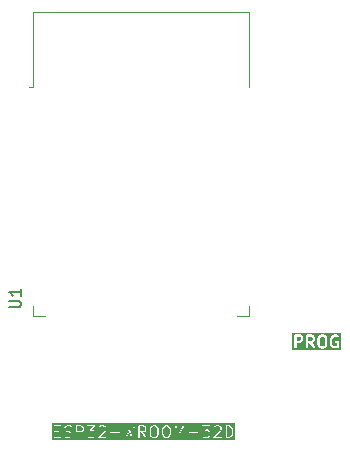
<source format=gbr>
%TF.GenerationSoftware,KiCad,Pcbnew,7.0.10*%
%TF.CreationDate,2024-01-17T03:24:24-05:00*%
%TF.ProjectId,esp32-wroom-socket,65737033-322d-4777-926f-6f6d2d736f63,rev?*%
%TF.SameCoordinates,Original*%
%TF.FileFunction,Legend,Top*%
%TF.FilePolarity,Positive*%
%FSLAX46Y46*%
G04 Gerber Fmt 4.6, Leading zero omitted, Abs format (unit mm)*
G04 Created by KiCad (PCBNEW 7.0.10) date 2024-01-17 03:24:24*
%MOMM*%
%LPD*%
G01*
G04 APERTURE LIST*
%ADD10C,0.150000*%
%ADD11C,0.100000*%
%ADD12C,0.200000*%
%ADD13C,0.120000*%
G04 APERTURE END LIST*
D10*
X148864819Y-98091904D02*
X149674342Y-98091904D01*
X149674342Y-98091904D02*
X149769580Y-98044285D01*
X149769580Y-98044285D02*
X149817200Y-97996666D01*
X149817200Y-97996666D02*
X149864819Y-97901428D01*
X149864819Y-97901428D02*
X149864819Y-97710952D01*
X149864819Y-97710952D02*
X149817200Y-97615714D01*
X149817200Y-97615714D02*
X149769580Y-97568095D01*
X149769580Y-97568095D02*
X149674342Y-97520476D01*
X149674342Y-97520476D02*
X148864819Y-97520476D01*
X149864819Y-96520476D02*
X149864819Y-97091904D01*
X149864819Y-96806190D02*
X148864819Y-96806190D01*
X148864819Y-96806190D02*
X149007676Y-96901428D01*
X149007676Y-96901428D02*
X149102914Y-96996666D01*
X149102914Y-96996666D02*
X149150533Y-97091904D01*
D11*
G36*
X155007599Y-108181130D02*
G01*
X155043743Y-108217275D01*
X155082455Y-108294698D01*
X155082455Y-108413948D01*
X155043743Y-108491371D01*
X155007599Y-108527516D01*
X154930176Y-108566228D01*
X154611027Y-108566228D01*
X154611027Y-108142419D01*
X154930176Y-108142419D01*
X155007599Y-108181130D01*
G37*
G36*
X160293313Y-108181130D02*
G01*
X160329457Y-108217275D01*
X160368169Y-108294698D01*
X160368169Y-108413948D01*
X160329457Y-108491371D01*
X160293313Y-108527516D01*
X160215890Y-108566228D01*
X159896741Y-108566228D01*
X159896741Y-108142419D01*
X160215890Y-108142419D01*
X160293313Y-108181130D01*
G37*
G36*
X161293314Y-108181131D02*
G01*
X161373020Y-108260837D01*
X161415788Y-108431907D01*
X161415788Y-108752930D01*
X161373020Y-108923999D01*
X161293312Y-109003708D01*
X161215890Y-109042419D01*
X161049021Y-109042419D01*
X160971598Y-109003707D01*
X160891889Y-108923998D01*
X160849122Y-108752930D01*
X160849122Y-108431907D01*
X160891889Y-108260837D01*
X160971595Y-108181131D01*
X161049021Y-108142419D01*
X161215890Y-108142419D01*
X161293314Y-108181131D01*
G37*
G36*
X162340933Y-108181131D02*
G01*
X162420639Y-108260837D01*
X162463407Y-108431907D01*
X162463407Y-108752930D01*
X162420639Y-108923999D01*
X162340931Y-109003708D01*
X162263509Y-109042419D01*
X162096640Y-109042419D01*
X162019217Y-109003707D01*
X161939508Y-108923998D01*
X161896741Y-108752930D01*
X161896741Y-108431907D01*
X161939508Y-108260837D01*
X162019214Y-108181131D01*
X162096640Y-108142419D01*
X162263509Y-108142419D01*
X162340933Y-108181131D01*
G37*
G36*
X167581636Y-108183739D02*
G01*
X167662789Y-108264892D01*
X167704326Y-108347966D01*
X167749121Y-108527145D01*
X167749121Y-108657692D01*
X167704326Y-108836870D01*
X167662789Y-108919944D01*
X167581635Y-109001098D01*
X167457675Y-109042419D01*
X167277693Y-109042419D01*
X167277693Y-108142419D01*
X167457675Y-108142419D01*
X167581636Y-108183739D01*
G37*
G36*
X167991978Y-109285276D02*
G01*
X152511027Y-109285276D01*
X152511027Y-109092419D01*
X152653884Y-109092419D01*
X152668529Y-109127774D01*
X152703884Y-109142419D01*
X153180074Y-109142419D01*
X153215429Y-109127774D01*
X153230074Y-109092419D01*
X153215429Y-109057064D01*
X153180074Y-109042419D01*
X152753884Y-109042419D01*
X152753884Y-108618609D01*
X153037217Y-108618609D01*
X153072572Y-108603964D01*
X153087217Y-108568609D01*
X153072572Y-108533254D01*
X153037217Y-108518609D01*
X152753884Y-108518609D01*
X152753884Y-108378133D01*
X153511027Y-108378133D01*
X153515480Y-108388885D01*
X153516306Y-108400494D01*
X153563924Y-108495731D01*
X153570141Y-108501123D01*
X153573291Y-108508726D01*
X153620909Y-108556345D01*
X153628512Y-108559494D01*
X153633904Y-108565711D01*
X153729142Y-108613330D01*
X153734810Y-108613732D01*
X153739376Y-108617116D01*
X153924528Y-108663404D01*
X154007599Y-108704939D01*
X154043743Y-108741084D01*
X154082455Y-108818507D01*
X154082455Y-108890138D01*
X154043743Y-108967561D01*
X154007597Y-109003708D01*
X153930176Y-109042419D01*
X153711997Y-109042419D01*
X153576838Y-108997366D01*
X153538667Y-109000079D01*
X153513593Y-109028989D01*
X153516306Y-109067160D01*
X153545216Y-109092234D01*
X153688072Y-109139853D01*
X153696280Y-109139269D01*
X153703884Y-109142419D01*
X153941979Y-109142419D01*
X153952731Y-109137965D01*
X153964340Y-109137140D01*
X154053783Y-109092419D01*
X154511027Y-109092419D01*
X154525672Y-109127774D01*
X154561027Y-109142419D01*
X154596382Y-109127774D01*
X154611027Y-109092419D01*
X154611027Y-108997179D01*
X155415789Y-108997179D01*
X155430433Y-109032535D01*
X155478052Y-109080155D01*
X155485655Y-109083304D01*
X155491047Y-109089521D01*
X155586285Y-109137140D01*
X155597893Y-109137965D01*
X155608646Y-109142419D01*
X155894360Y-109142419D01*
X155905112Y-109137965D01*
X155916721Y-109137140D01*
X156006164Y-109092419D01*
X156368170Y-109092419D01*
X156382815Y-109127774D01*
X156418170Y-109142419D01*
X157037217Y-109142419D01*
X157072572Y-109127774D01*
X157087217Y-109092419D01*
X157072572Y-109057064D01*
X157037217Y-109042419D01*
X156538880Y-109042419D01*
X156869832Y-108711466D01*
X157415789Y-108711466D01*
X157430434Y-108746821D01*
X157465789Y-108761466D01*
X158227694Y-108761466D01*
X158263049Y-108746821D01*
X158277694Y-108711466D01*
X158263049Y-108676111D01*
X158227694Y-108661466D01*
X157465789Y-108661466D01*
X157430434Y-108676111D01*
X157415789Y-108711466D01*
X156869832Y-108711466D01*
X157024953Y-108556345D01*
X157029406Y-108545592D01*
X157037032Y-108536801D01*
X157084651Y-108393945D01*
X157084067Y-108385736D01*
X157087217Y-108378133D01*
X157087217Y-108282895D01*
X157082763Y-108272142D01*
X157081938Y-108260534D01*
X157034319Y-108165296D01*
X157028102Y-108159904D01*
X157024953Y-108152301D01*
X156977334Y-108104683D01*
X156975685Y-108104000D01*
X158560006Y-108104000D01*
X158798101Y-109104000D01*
X158802484Y-109110057D01*
X158803470Y-109117471D01*
X158813287Y-109124985D01*
X158820536Y-109135002D01*
X158827919Y-109136185D01*
X158833858Y-109140731D01*
X158846114Y-109139102D01*
X158858322Y-109141059D01*
X158864379Y-109136675D01*
X158871793Y-109135690D01*
X158879307Y-109125872D01*
X158889324Y-109118624D01*
X158890507Y-109111240D01*
X158895053Y-109105302D01*
X159037217Y-108572186D01*
X159179381Y-109105302D01*
X159183926Y-109111240D01*
X159185110Y-109118624D01*
X159195127Y-109125873D01*
X159202642Y-109135690D01*
X159210053Y-109136674D01*
X159216112Y-109141059D01*
X159228319Y-109139102D01*
X159240576Y-109140731D01*
X159246514Y-109136185D01*
X159253898Y-109135002D01*
X159261146Y-109124985D01*
X159270964Y-109117471D01*
X159271949Y-109110057D01*
X159276333Y-109104000D01*
X159279090Y-109092419D01*
X159796741Y-109092419D01*
X159811386Y-109127774D01*
X159846741Y-109142419D01*
X159882096Y-109127774D01*
X159896741Y-109092419D01*
X159896741Y-108666228D01*
X160058803Y-108666228D01*
X160377207Y-109121092D01*
X160409480Y-109141658D01*
X160446842Y-109133381D01*
X160467408Y-109101108D01*
X160459131Y-109063746D01*
X160245869Y-108759085D01*
X160749122Y-108759085D01*
X160751548Y-108764941D01*
X160750615Y-108771212D01*
X160798234Y-108961688D01*
X160806238Y-108972491D01*
X160811385Y-108984916D01*
X160906624Y-109080155D01*
X160914226Y-109083304D01*
X160919618Y-109089521D01*
X161014856Y-109137140D01*
X161026464Y-109137965D01*
X161037217Y-109142419D01*
X161227693Y-109142419D01*
X161238445Y-109137965D01*
X161250054Y-109137140D01*
X161345291Y-109089522D01*
X161350682Y-109083304D01*
X161358287Y-109080155D01*
X161453525Y-108984916D01*
X161458670Y-108972491D01*
X161466676Y-108961688D01*
X161514295Y-108771212D01*
X161513361Y-108764941D01*
X161515788Y-108759085D01*
X161796741Y-108759085D01*
X161799167Y-108764941D01*
X161798234Y-108771212D01*
X161845853Y-108961688D01*
X161853857Y-108972491D01*
X161859004Y-108984916D01*
X161954243Y-109080155D01*
X161961845Y-109083304D01*
X161967237Y-109089521D01*
X162062475Y-109137140D01*
X162074083Y-109137965D01*
X162084836Y-109142419D01*
X162275312Y-109142419D01*
X162286064Y-109137965D01*
X162297673Y-109137140D01*
X162387116Y-109092419D01*
X162891979Y-109092419D01*
X162906624Y-109127774D01*
X162941979Y-109142419D01*
X162977334Y-109127774D01*
X162991979Y-109092419D01*
X162991979Y-108317796D01*
X163230003Y-108827849D01*
X163242619Y-108839402D01*
X163254168Y-108852013D01*
X163256502Y-108852115D01*
X163258225Y-108853693D01*
X163275312Y-108852942D01*
X163292399Y-108853693D01*
X163294121Y-108852115D01*
X163296456Y-108852013D01*
X163308007Y-108839399D01*
X163320621Y-108827848D01*
X163558645Y-108317796D01*
X163558645Y-109092419D01*
X163573290Y-109127774D01*
X163608645Y-109142419D01*
X163644000Y-109127774D01*
X163658645Y-109092419D01*
X163658645Y-108997179D01*
X165177693Y-108997179D01*
X165192337Y-109032535D01*
X165239956Y-109080155D01*
X165247559Y-109083304D01*
X165252951Y-109089521D01*
X165348189Y-109137140D01*
X165359797Y-109137965D01*
X165370550Y-109142419D01*
X165656264Y-109142419D01*
X165667016Y-109137965D01*
X165678625Y-109137140D01*
X165768068Y-109092419D01*
X166130074Y-109092419D01*
X166144719Y-109127774D01*
X166180074Y-109142419D01*
X166799121Y-109142419D01*
X166834476Y-109127774D01*
X166849121Y-109092419D01*
X167177693Y-109092419D01*
X167192338Y-109127774D01*
X167227693Y-109142419D01*
X167465788Y-109142419D01*
X167473391Y-109139269D01*
X167481599Y-109139853D01*
X167624456Y-109092234D01*
X167633247Y-109084609D01*
X167644001Y-109080155D01*
X167739239Y-108984916D01*
X167742388Y-108977312D01*
X167748604Y-108971922D01*
X167796223Y-108876684D01*
X167796625Y-108871015D01*
X167800009Y-108866450D01*
X167847628Y-108675974D01*
X167846694Y-108669703D01*
X167849121Y-108663847D01*
X167849121Y-108520990D01*
X167846694Y-108515133D01*
X167847628Y-108508863D01*
X167800009Y-108318387D01*
X167796625Y-108313821D01*
X167796223Y-108308153D01*
X167748604Y-108212915D01*
X167742387Y-108207523D01*
X167739238Y-108199921D01*
X167644000Y-108104683D01*
X167633247Y-108100229D01*
X167624456Y-108092604D01*
X167481599Y-108044985D01*
X167473391Y-108045568D01*
X167465788Y-108042419D01*
X167227693Y-108042419D01*
X167192338Y-108057064D01*
X167177693Y-108092419D01*
X167177693Y-109092419D01*
X166849121Y-109092419D01*
X166834476Y-109057064D01*
X166799121Y-109042419D01*
X166300784Y-109042419D01*
X166786857Y-108556345D01*
X166791310Y-108545592D01*
X166798936Y-108536801D01*
X166846555Y-108393945D01*
X166845971Y-108385736D01*
X166849121Y-108378133D01*
X166849121Y-108282895D01*
X166844667Y-108272142D01*
X166843842Y-108260534D01*
X166796223Y-108165296D01*
X166790006Y-108159904D01*
X166786857Y-108152301D01*
X166739238Y-108104683D01*
X166731635Y-108101533D01*
X166726243Y-108095316D01*
X166631006Y-108047698D01*
X166619397Y-108046872D01*
X166608645Y-108042419D01*
X166370550Y-108042419D01*
X166359797Y-108046872D01*
X166348189Y-108047698D01*
X166252951Y-108095317D01*
X166247559Y-108101533D01*
X166239956Y-108104683D01*
X166192338Y-108152302D01*
X166177693Y-108187657D01*
X166192338Y-108223012D01*
X166227693Y-108237657D01*
X166263048Y-108223012D01*
X166304930Y-108181130D01*
X166382354Y-108142419D01*
X166596842Y-108142419D01*
X166674265Y-108181130D01*
X166710409Y-108217275D01*
X166749121Y-108294698D01*
X166749121Y-108370020D01*
X166707800Y-108493981D01*
X166144719Y-109057064D01*
X166130074Y-109092419D01*
X165768068Y-109092419D01*
X165773862Y-109089522D01*
X165779253Y-109083304D01*
X165786858Y-109080155D01*
X165834477Y-109032535D01*
X165837625Y-109024932D01*
X165843842Y-109019541D01*
X165891461Y-108924303D01*
X165892286Y-108912694D01*
X165896740Y-108901942D01*
X165896740Y-108663847D01*
X165892286Y-108653094D01*
X165891461Y-108641486D01*
X165843842Y-108546248D01*
X165837625Y-108540856D01*
X165834476Y-108533253D01*
X165786857Y-108485635D01*
X165779254Y-108482485D01*
X165773862Y-108476268D01*
X165678625Y-108428650D01*
X165667016Y-108427824D01*
X165656264Y-108423371D01*
X165623595Y-108423371D01*
X165884369Y-108125344D01*
X165890006Y-108108673D01*
X165896740Y-108092419D01*
X165896059Y-108090776D01*
X165896629Y-108089093D01*
X165888828Y-108073319D01*
X165882095Y-108057064D01*
X165880453Y-108056383D01*
X165879665Y-108054790D01*
X165862994Y-108049152D01*
X165846740Y-108042419D01*
X165227693Y-108042419D01*
X165192338Y-108057064D01*
X165177693Y-108092419D01*
X165192338Y-108127774D01*
X165227693Y-108142419D01*
X165736552Y-108142419D01*
X165475778Y-108440446D01*
X165470140Y-108457116D01*
X165463407Y-108473371D01*
X165464087Y-108475013D01*
X165463518Y-108476697D01*
X165471318Y-108492470D01*
X165478052Y-108508726D01*
X165479693Y-108509406D01*
X165480482Y-108511000D01*
X165497152Y-108516637D01*
X165513407Y-108523371D01*
X165644461Y-108523371D01*
X165721884Y-108562082D01*
X165758028Y-108598227D01*
X165796740Y-108675650D01*
X165796740Y-108890138D01*
X165758028Y-108967561D01*
X165721882Y-109003708D01*
X165644461Y-109042419D01*
X165382354Y-109042419D01*
X165304931Y-109003708D01*
X165263049Y-108961825D01*
X165227694Y-108947180D01*
X165192338Y-108961824D01*
X165177693Y-108997179D01*
X163658645Y-108997179D01*
X163658645Y-108711466D01*
X164034836Y-108711466D01*
X164049481Y-108746821D01*
X164084836Y-108761466D01*
X164846741Y-108761466D01*
X164882096Y-108746821D01*
X164896741Y-108711466D01*
X164882096Y-108676111D01*
X164846741Y-108661466D01*
X164084836Y-108661466D01*
X164049481Y-108676111D01*
X164034836Y-108711466D01*
X163658645Y-108711466D01*
X163658645Y-108092419D01*
X163655243Y-108084208D01*
X163655634Y-108075332D01*
X163648208Y-108067223D01*
X163644000Y-108057064D01*
X163635790Y-108053663D01*
X163629789Y-108047110D01*
X163618804Y-108046627D01*
X163608645Y-108042419D01*
X163600434Y-108045820D01*
X163591558Y-108045430D01*
X163583448Y-108052855D01*
X163573290Y-108057064D01*
X163569889Y-108065272D01*
X163563336Y-108071274D01*
X163275311Y-108688469D01*
X162987288Y-108071275D01*
X162980734Y-108065273D01*
X162977334Y-108057064D01*
X162967174Y-108052855D01*
X162959066Y-108045430D01*
X162950189Y-108045820D01*
X162941979Y-108042419D01*
X162931819Y-108046627D01*
X162920835Y-108047110D01*
X162914833Y-108053663D01*
X162906624Y-108057064D01*
X162902415Y-108067223D01*
X162894990Y-108075332D01*
X162895380Y-108084208D01*
X162891979Y-108092419D01*
X162891979Y-109092419D01*
X162387116Y-109092419D01*
X162392910Y-109089522D01*
X162398301Y-109083304D01*
X162405906Y-109080155D01*
X162501144Y-108984916D01*
X162506289Y-108972491D01*
X162514295Y-108961688D01*
X162561914Y-108771212D01*
X162560980Y-108764941D01*
X162563407Y-108759085D01*
X162563407Y-108425752D01*
X162560980Y-108419895D01*
X162561914Y-108413625D01*
X162514295Y-108223149D01*
X162506288Y-108212343D01*
X162501143Y-108199921D01*
X162405905Y-108104683D01*
X162398302Y-108101533D01*
X162392910Y-108095316D01*
X162297673Y-108047698D01*
X162286064Y-108046872D01*
X162275312Y-108042419D01*
X162084836Y-108042419D01*
X162074083Y-108046872D01*
X162062475Y-108047698D01*
X161967237Y-108095317D01*
X161961845Y-108101533D01*
X161954243Y-108104683D01*
X161859005Y-108199921D01*
X161853859Y-108212343D01*
X161845853Y-108223149D01*
X161798234Y-108413625D01*
X161799167Y-108419895D01*
X161796741Y-108425752D01*
X161796741Y-108759085D01*
X161515788Y-108759085D01*
X161515788Y-108425752D01*
X161513361Y-108419895D01*
X161514295Y-108413625D01*
X161466676Y-108223149D01*
X161458669Y-108212343D01*
X161453524Y-108199921D01*
X161358286Y-108104683D01*
X161350683Y-108101533D01*
X161345291Y-108095316D01*
X161250054Y-108047698D01*
X161238445Y-108046872D01*
X161227693Y-108042419D01*
X161037217Y-108042419D01*
X161026464Y-108046872D01*
X161014856Y-108047698D01*
X160919618Y-108095317D01*
X160914226Y-108101533D01*
X160906624Y-108104683D01*
X160811386Y-108199921D01*
X160806240Y-108212343D01*
X160798234Y-108223149D01*
X160750615Y-108413625D01*
X160751548Y-108419895D01*
X160749122Y-108425752D01*
X160749122Y-108759085D01*
X160245869Y-108759085D01*
X160180869Y-108666228D01*
X160227693Y-108666228D01*
X160238445Y-108661774D01*
X160250054Y-108660949D01*
X160345291Y-108613331D01*
X160350683Y-108607113D01*
X160358286Y-108603964D01*
X160405905Y-108556346D01*
X160409054Y-108548742D01*
X160415271Y-108543351D01*
X160462890Y-108448113D01*
X160463715Y-108436504D01*
X160468169Y-108425752D01*
X160468169Y-108282895D01*
X160463715Y-108272142D01*
X160462890Y-108260534D01*
X160415271Y-108165296D01*
X160409054Y-108159904D01*
X160405905Y-108152301D01*
X160358286Y-108104683D01*
X160350683Y-108101533D01*
X160345291Y-108095316D01*
X160250054Y-108047698D01*
X160238445Y-108046872D01*
X160227693Y-108042419D01*
X159846741Y-108042419D01*
X159811386Y-108057064D01*
X159796741Y-108092419D01*
X159796741Y-109092419D01*
X159279090Y-109092419D01*
X159514429Y-108104000D01*
X159508371Y-108066215D01*
X159477370Y-108043779D01*
X159439584Y-108049837D01*
X159417149Y-108080838D01*
X159224948Y-108888075D01*
X159085529Y-108365250D01*
X159081385Y-108359837D01*
X159080488Y-108353081D01*
X159070168Y-108345181D01*
X159062269Y-108334862D01*
X159055512Y-108333964D01*
X159050100Y-108329821D01*
X159037217Y-108331532D01*
X159024334Y-108329821D01*
X159018920Y-108333964D01*
X159012166Y-108334862D01*
X159004267Y-108345180D01*
X158993946Y-108353081D01*
X158993048Y-108359837D01*
X158988905Y-108365250D01*
X158849485Y-108888075D01*
X158657286Y-108080838D01*
X158634851Y-108049836D01*
X158597065Y-108043779D01*
X158566063Y-108066214D01*
X158560006Y-108104000D01*
X156975685Y-108104000D01*
X156969731Y-108101533D01*
X156964339Y-108095316D01*
X156869102Y-108047698D01*
X156857493Y-108046872D01*
X156846741Y-108042419D01*
X156608646Y-108042419D01*
X156597893Y-108046872D01*
X156586285Y-108047698D01*
X156491047Y-108095317D01*
X156485655Y-108101533D01*
X156478052Y-108104683D01*
X156430434Y-108152302D01*
X156415789Y-108187657D01*
X156430434Y-108223012D01*
X156465789Y-108237657D01*
X156501144Y-108223012D01*
X156543026Y-108181130D01*
X156620450Y-108142419D01*
X156834938Y-108142419D01*
X156912361Y-108181130D01*
X156948505Y-108217275D01*
X156987217Y-108294698D01*
X156987217Y-108370020D01*
X156945896Y-108493981D01*
X156382815Y-109057064D01*
X156368170Y-109092419D01*
X156006164Y-109092419D01*
X156011958Y-109089522D01*
X156017349Y-109083304D01*
X156024954Y-109080155D01*
X156072573Y-109032535D01*
X156075721Y-109024932D01*
X156081938Y-109019541D01*
X156129557Y-108924303D01*
X156130382Y-108912694D01*
X156134836Y-108901942D01*
X156134836Y-108663847D01*
X156130382Y-108653094D01*
X156129557Y-108641486D01*
X156081938Y-108546248D01*
X156075721Y-108540856D01*
X156072572Y-108533253D01*
X156024953Y-108485635D01*
X156017350Y-108482485D01*
X156011958Y-108476268D01*
X155916721Y-108428650D01*
X155905112Y-108427824D01*
X155894360Y-108423371D01*
X155861691Y-108423371D01*
X156122465Y-108125344D01*
X156128102Y-108108673D01*
X156134836Y-108092419D01*
X156134155Y-108090776D01*
X156134725Y-108089093D01*
X156126924Y-108073319D01*
X156120191Y-108057064D01*
X156118549Y-108056383D01*
X156117761Y-108054790D01*
X156101090Y-108049152D01*
X156084836Y-108042419D01*
X155465789Y-108042419D01*
X155430434Y-108057064D01*
X155415789Y-108092419D01*
X155430434Y-108127774D01*
X155465789Y-108142419D01*
X155974648Y-108142419D01*
X155713874Y-108440446D01*
X155708236Y-108457116D01*
X155701503Y-108473371D01*
X155702183Y-108475013D01*
X155701614Y-108476697D01*
X155709414Y-108492470D01*
X155716148Y-108508726D01*
X155717789Y-108509406D01*
X155718578Y-108511000D01*
X155735248Y-108516637D01*
X155751503Y-108523371D01*
X155882557Y-108523371D01*
X155959980Y-108562082D01*
X155996124Y-108598227D01*
X156034836Y-108675650D01*
X156034836Y-108890138D01*
X155996124Y-108967561D01*
X155959978Y-109003708D01*
X155882557Y-109042419D01*
X155620450Y-109042419D01*
X155543027Y-109003708D01*
X155501145Y-108961825D01*
X155465790Y-108947180D01*
X155430434Y-108961824D01*
X155415789Y-108997179D01*
X154611027Y-108997179D01*
X154611027Y-108666228D01*
X154941979Y-108666228D01*
X154952731Y-108661774D01*
X154964340Y-108660949D01*
X155059577Y-108613331D01*
X155064969Y-108607113D01*
X155072572Y-108603964D01*
X155120191Y-108556346D01*
X155123340Y-108548742D01*
X155129557Y-108543351D01*
X155177176Y-108448113D01*
X155178001Y-108436504D01*
X155182455Y-108425752D01*
X155182455Y-108282895D01*
X155178001Y-108272142D01*
X155177176Y-108260534D01*
X155129557Y-108165296D01*
X155123340Y-108159904D01*
X155120191Y-108152301D01*
X155072572Y-108104683D01*
X155064969Y-108101533D01*
X155059577Y-108095316D01*
X154964340Y-108047698D01*
X154952731Y-108046872D01*
X154941979Y-108042419D01*
X154561027Y-108042419D01*
X154525672Y-108057064D01*
X154511027Y-108092419D01*
X154511027Y-109092419D01*
X154053783Y-109092419D01*
X154059577Y-109089522D01*
X154064968Y-109083304D01*
X154072573Y-109080155D01*
X154120192Y-109032535D01*
X154123340Y-109024932D01*
X154129557Y-109019541D01*
X154177176Y-108924303D01*
X154178001Y-108912694D01*
X154182455Y-108901942D01*
X154182455Y-108806704D01*
X154178001Y-108795951D01*
X154177176Y-108784343D01*
X154129557Y-108689105D01*
X154123340Y-108683713D01*
X154120191Y-108676110D01*
X154072572Y-108628492D01*
X154064969Y-108625342D01*
X154059577Y-108619125D01*
X153964340Y-108571507D01*
X153958671Y-108571104D01*
X153954106Y-108567721D01*
X153768955Y-108521433D01*
X153685883Y-108479897D01*
X153649738Y-108443753D01*
X153611027Y-108366330D01*
X153611027Y-108294698D01*
X153649738Y-108217274D01*
X153685883Y-108181130D01*
X153763307Y-108142419D01*
X153981485Y-108142419D01*
X154116643Y-108187472D01*
X154154815Y-108184759D01*
X154179889Y-108155849D01*
X154177175Y-108117677D01*
X154148266Y-108092604D01*
X154005409Y-108044985D01*
X153997201Y-108045568D01*
X153989598Y-108042419D01*
X153751503Y-108042419D01*
X153740750Y-108046872D01*
X153729142Y-108047698D01*
X153633904Y-108095317D01*
X153628512Y-108101533D01*
X153620909Y-108104683D01*
X153573291Y-108152302D01*
X153570141Y-108159904D01*
X153563924Y-108165297D01*
X153516306Y-108260534D01*
X153515480Y-108272142D01*
X153511027Y-108282895D01*
X153511027Y-108378133D01*
X152753884Y-108378133D01*
X152753884Y-108142419D01*
X153180074Y-108142419D01*
X153215429Y-108127774D01*
X153230074Y-108092419D01*
X153215429Y-108057064D01*
X153180074Y-108042419D01*
X152703884Y-108042419D01*
X152668529Y-108057064D01*
X152653884Y-108092419D01*
X152653884Y-109092419D01*
X152511027Y-109092419D01*
X152511027Y-107899562D01*
X167991978Y-107899562D01*
X167991978Y-109285276D01*
G37*
D12*
G36*
X175506626Y-100597023D02*
G01*
X175570805Y-100661202D01*
X175608720Y-100812861D01*
X175608720Y-101121575D01*
X175570804Y-101273235D01*
X175506628Y-101337413D01*
X175447018Y-101367219D01*
X175303756Y-101367219D01*
X175244146Y-101337414D01*
X175179969Y-101273236D01*
X175142054Y-101121575D01*
X175142054Y-100812862D01*
X175179969Y-100661202D01*
X175244148Y-100597023D01*
X175303756Y-100567219D01*
X175447018Y-100567219D01*
X175506626Y-100597023D01*
G37*
G36*
X174506627Y-100597024D02*
G01*
X174531296Y-100621692D01*
X174561101Y-100681302D01*
X174561101Y-100776945D01*
X174531296Y-100836554D01*
X174506627Y-100861222D01*
X174447018Y-100891028D01*
X174189673Y-100891028D01*
X174189673Y-100567219D01*
X174447018Y-100567219D01*
X174506627Y-100597024D01*
G37*
G36*
X173506627Y-100597024D02*
G01*
X173531296Y-100621692D01*
X173561101Y-100681302D01*
X173561101Y-100776945D01*
X173531296Y-100836554D01*
X173506627Y-100861222D01*
X173447018Y-100891028D01*
X173189673Y-100891028D01*
X173189673Y-100567219D01*
X173447018Y-100567219D01*
X173506627Y-100597024D01*
G37*
G36*
X176951577Y-101710076D02*
G01*
X172846816Y-101710076D01*
X172846816Y-101467219D01*
X172989673Y-101467219D01*
X173008771Y-101525998D01*
X173058771Y-101562325D01*
X173120575Y-101562325D01*
X173170575Y-101525998D01*
X173189673Y-101467219D01*
X173989673Y-101467219D01*
X174008771Y-101525998D01*
X174058771Y-101562325D01*
X174120575Y-101562325D01*
X174170575Y-101525998D01*
X174189673Y-101467219D01*
X174189673Y-101091028D01*
X174275703Y-101091028D01*
X174579178Y-101524565D01*
X174628531Y-101561767D01*
X174690325Y-101562854D01*
X174740957Y-101527412D01*
X174761086Y-101468979D01*
X174743024Y-101409873D01*
X174549832Y-101133885D01*
X174942054Y-101133885D01*
X174945900Y-101145722D01*
X174945040Y-101158139D01*
X174992659Y-101348614D01*
X175006832Y-101371264D01*
X175018962Y-101395071D01*
X175114200Y-101490311D01*
X175128643Y-101497670D01*
X175140190Y-101509043D01*
X175235427Y-101556662D01*
X175258225Y-101560095D01*
X175280149Y-101567219D01*
X175470625Y-101567219D01*
X175492548Y-101560095D01*
X175515346Y-101556662D01*
X175610584Y-101509043D01*
X175622132Y-101497668D01*
X175636574Y-101490310D01*
X175731812Y-101395071D01*
X175743943Y-101371262D01*
X175758115Y-101348615D01*
X175805734Y-101158139D01*
X175804873Y-101145722D01*
X175808720Y-101133885D01*
X175808720Y-101038647D01*
X175989673Y-101038647D01*
X175993519Y-101050484D01*
X175992659Y-101062901D01*
X176040278Y-101253376D01*
X176046188Y-101262822D01*
X176047849Y-101273844D01*
X176095468Y-101369082D01*
X176106842Y-101380630D01*
X176114200Y-101395071D01*
X176209438Y-101490311D01*
X176229982Y-101500779D01*
X176248526Y-101514468D01*
X176391383Y-101562087D01*
X176407590Y-101562210D01*
X176423006Y-101567219D01*
X176518244Y-101567219D01*
X176533659Y-101562210D01*
X176549867Y-101562087D01*
X176692723Y-101514468D01*
X176711270Y-101500776D01*
X176731812Y-101490310D01*
X176779431Y-101442690D01*
X176783093Y-101435502D01*
X176789622Y-101430759D01*
X176796859Y-101408484D01*
X176807489Y-101387622D01*
X176806226Y-101379653D01*
X176808720Y-101371980D01*
X176808720Y-101038647D01*
X176803826Y-101023584D01*
X176803826Y-101007745D01*
X176794516Y-100994931D01*
X176789622Y-100979868D01*
X176776808Y-100970558D01*
X176767499Y-100957745D01*
X176752435Y-100952850D01*
X176739622Y-100943541D01*
X176723783Y-100943541D01*
X176708720Y-100938647D01*
X176518244Y-100938647D01*
X176459465Y-100957745D01*
X176423138Y-101007745D01*
X176423138Y-101069549D01*
X176459465Y-101119549D01*
X176518244Y-101138647D01*
X176608720Y-101138647D01*
X176608720Y-101330559D01*
X176607081Y-101332197D01*
X176502017Y-101367219D01*
X176439232Y-101367219D01*
X176334167Y-101332197D01*
X176267097Y-101265127D01*
X176231643Y-101194218D01*
X176189673Y-101026337D01*
X176189673Y-100908100D01*
X176231643Y-100740218D01*
X176267096Y-100669312D01*
X176334168Y-100602240D01*
X176439232Y-100567219D01*
X176542256Y-100567219D01*
X176616379Y-100604281D01*
X176677494Y-100613486D01*
X176732346Y-100585010D01*
X176759986Y-100529731D01*
X176749855Y-100468764D01*
X176705822Y-100425395D01*
X176610584Y-100377776D01*
X176587786Y-100374342D01*
X176565863Y-100367219D01*
X176423006Y-100367219D01*
X176407590Y-100372227D01*
X176391383Y-100372351D01*
X176248526Y-100419970D01*
X176229979Y-100433660D01*
X176209438Y-100444127D01*
X176114200Y-100539365D01*
X176106841Y-100553807D01*
X176095468Y-100565355D01*
X176047849Y-100660593D01*
X176046188Y-100671614D01*
X176040278Y-100681061D01*
X175992659Y-100871536D01*
X175993519Y-100883952D01*
X175989673Y-100895790D01*
X175989673Y-101038647D01*
X175808720Y-101038647D01*
X175808720Y-100800552D01*
X175804873Y-100788714D01*
X175805734Y-100776298D01*
X175758115Y-100585822D01*
X175743942Y-100563173D01*
X175731812Y-100539365D01*
X175636574Y-100444127D01*
X175622131Y-100436768D01*
X175610584Y-100425395D01*
X175515346Y-100377776D01*
X175492548Y-100374342D01*
X175470625Y-100367219D01*
X175280149Y-100367219D01*
X175258225Y-100374342D01*
X175235427Y-100377776D01*
X175140190Y-100425395D01*
X175128642Y-100436768D01*
X175114200Y-100444127D01*
X175018962Y-100539365D01*
X175006830Y-100563174D01*
X174992659Y-100585823D01*
X174945040Y-100776298D01*
X174945900Y-100788714D01*
X174942054Y-100800552D01*
X174942054Y-101133885D01*
X174549832Y-101133885D01*
X174512719Y-101080866D01*
X174515346Y-101080471D01*
X174610584Y-101032852D01*
X174622131Y-101021478D01*
X174636574Y-101014120D01*
X174684192Y-100966501D01*
X174691550Y-100952059D01*
X174702925Y-100940511D01*
X174750544Y-100845274D01*
X174753977Y-100822475D01*
X174761101Y-100800552D01*
X174761101Y-100657695D01*
X174753977Y-100635771D01*
X174750544Y-100612973D01*
X174702925Y-100517736D01*
X174691550Y-100506187D01*
X174684192Y-100491746D01*
X174636574Y-100444127D01*
X174622131Y-100436768D01*
X174610584Y-100425395D01*
X174515346Y-100377776D01*
X174492548Y-100374342D01*
X174470625Y-100367219D01*
X174089673Y-100367219D01*
X174074610Y-100372113D01*
X174058771Y-100372113D01*
X174045957Y-100381422D01*
X174030894Y-100386317D01*
X174021584Y-100399130D01*
X174008771Y-100408440D01*
X174003876Y-100423503D01*
X173994567Y-100436317D01*
X173994567Y-100452156D01*
X173989673Y-100467219D01*
X173989673Y-101467219D01*
X173189673Y-101467219D01*
X173189673Y-101091028D01*
X173470625Y-101091028D01*
X173492548Y-101083904D01*
X173515346Y-101080471D01*
X173610584Y-101032852D01*
X173622131Y-101021478D01*
X173636574Y-101014120D01*
X173684192Y-100966501D01*
X173691550Y-100952059D01*
X173702925Y-100940511D01*
X173750544Y-100845274D01*
X173753977Y-100822475D01*
X173761101Y-100800552D01*
X173761101Y-100657695D01*
X173753977Y-100635771D01*
X173750544Y-100612973D01*
X173702925Y-100517736D01*
X173691550Y-100506187D01*
X173684192Y-100491746D01*
X173636574Y-100444127D01*
X173622131Y-100436768D01*
X173610584Y-100425395D01*
X173515346Y-100377776D01*
X173492548Y-100374342D01*
X173470625Y-100367219D01*
X173089673Y-100367219D01*
X173074610Y-100372113D01*
X173058771Y-100372113D01*
X173045957Y-100381422D01*
X173030894Y-100386317D01*
X173021584Y-100399130D01*
X173008771Y-100408440D01*
X173003876Y-100423503D01*
X172994567Y-100436317D01*
X172994567Y-100452156D01*
X172989673Y-100467219D01*
X172989673Y-101467219D01*
X172846816Y-101467219D01*
X172846816Y-100224362D01*
X176951577Y-100224362D01*
X176951577Y-101710076D01*
G37*
D13*
%TO.C,U1*%
X150900000Y-73040000D02*
X150900000Y-79455000D01*
X150900000Y-73040000D02*
X169140000Y-73040000D01*
X150900000Y-79455000D02*
X150520000Y-79455000D01*
X150900000Y-98000000D02*
X150900000Y-98780000D01*
X150900000Y-98780000D02*
X151900000Y-98780000D01*
X169140000Y-73040000D02*
X169140000Y-79455000D01*
X169140000Y-98000000D02*
X169140000Y-98780000D01*
X169140000Y-98780000D02*
X168140000Y-98780000D01*
%TD*%
M02*

</source>
